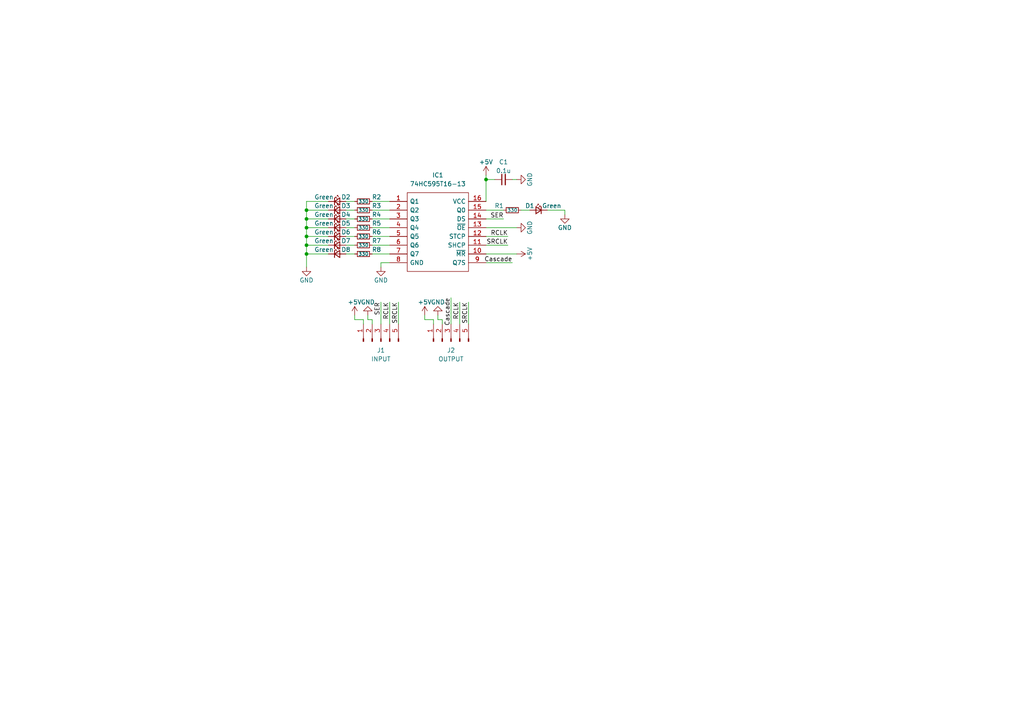
<source format=kicad_sch>
(kicad_sch (version 20230121) (generator eeschema)
  (paper "A4")
  (lib_symbols
    (symbol "Connector:Conn_01x05_Pin" (pin_names (offset 1.016) hide)
      (property "Reference" "J" (at 0 7.62 0))
      (property "Value" "Conn_01x05_Pin" (at 0 -7.62 0))
      (symbol "Conn_01x05_Pin_1_1"
        (polyline (pts (xy 1.27 -5.08) (xy 0.8636 -5.08)) (stroke (width 0.1524)))
        (polyline (pts (xy 1.27 -2.54) (xy 0.8636 -2.54)) (stroke (width 0.1524)))
        (polyline (pts (xy 1.27 0) (xy 0.8636 0)) (stroke (width 0.1524)))
        (polyline (pts (xy 1.27 2.54) (xy 0.8636 2.54)) (stroke (width 0.1524)))
        (polyline (pts (xy 1.27 5.08) (xy 0.8636 5.08)) (stroke (width 0.1524)))
        (rectangle (start 0.8636 -4.953) (end 0 -5.207) (stroke (width 0.1524)) (fill (type outline)))
        (rectangle (start 0.8636 -2.413) (end 0 -2.667) (stroke (width 0.1524)) (fill (type outline)))
        (rectangle (start 0.8636 0.127) (end 0 -0.127) (stroke (width 0.1524)) (fill (type outline)))
        (rectangle (start 0.8636 2.667) (end 0 2.413) (stroke (width 0.1524)) (fill (type outline)))
        (rectangle (start 0.8636 5.207) (end 0 4.953) (stroke (width 0.1524)) (fill (type outline)))
        (pin passive line (at 5.08 5.08 180) (length 3.81) (name "Pin_1") (number "1"))
        (pin passive line (at 5.08 2.54 180) (length 3.81) (name "Pin_2") (number "2"))
        (pin passive line (at 5.08 0 180) (length 3.81) (name "Pin_3") (number "3"))
        (pin passive line (at 5.08 -2.54 180) (length 3.81) (name "Pin_4") (number "4"))
        (pin passive line (at 5.08 -5.08 180) (length 3.81) (name "Pin_5") (number "5"))
      )
    )
    (symbol "Device:C_Small" (pin_numbers hide) (pin_names (offset 0.254) hide)
      (property "Reference" "C" (at 0.254 1.778 0))
      (property "Value" "C_Small" (at 0.254 -2.032 0))
      (symbol "C_Small_0_1"
        (polyline (pts (xy -1.524 -0.508) (xy 1.524 -0.508)) (stroke (width 0.3302)))
        (polyline (pts (xy -1.524 0.508) (xy 1.524 0.508)) (stroke (width 0.3048)))
      )
      (symbol "C_Small_1_1"
        (pin passive line (at 0 2.54 270) (length 2.032) (name "~") (number "1"))
        (pin passive line (at 0 -2.54 90) (length 2.032) (name "~") (number "2"))
      )
    )
    (symbol "Device:LED_Small" (pin_numbers hide) (pin_names (offset 0.254) hide)
      (property "Reference" "D" (at -1.27 3.175 0))
      (property "Value" "LED_Small" (at -4.445 -2.54 0))
      (symbol "LED_Small_0_1"
        (polyline (pts (xy -0.762 -1.016) (xy -0.762 1.016)) (stroke (width 0.254)))
        (polyline (pts (xy 1.016 0) (xy -0.762 0)))
        (polyline (pts (xy 0.762 -1.016) (xy -0.762 0) (xy 0.762 1.016) (xy 0.762 -1.016)) (stroke (width 0.254)))
        (polyline (pts (xy 0 0.762) (xy -0.508 1.27) (xy -0.254 1.27) (xy -0.508 1.27) (xy -0.508 1.016)))
        (polyline (pts (xy 0.508 1.27) (xy 0 1.778) (xy 0.254 1.778) (xy 0 1.778) (xy 0 1.524)))
      )
      (symbol "LED_Small_1_1"
        (pin passive line (at -2.54 0 0) (length 1.778) (name "K") (number "1"))
        (pin passive line (at 2.54 0 180) (length 1.778) (name "A") (number "2"))
      )
    )
    (symbol "Device:R_Small" (pin_numbers hide) (pin_names (offset 0.254) hide)
      (property "Reference" "R" (at 0.762 0.508 0))
      (property "Value" "R_Small" (at 0.762 -1.016 0))
      (symbol "R_Small_0_1"
        (rectangle (start -0.762 1.778) (end 0.762 -1.778) (stroke (width 0.2032)))
      )
      (symbol "R_Small_1_1"
        (pin passive line (at 0 2.54 270) (length 0.762) (name "~") (number "1"))
        (pin passive line (at 0 -2.54 90) (length 0.762) (name "~") (number "2"))
      )
    )
    (symbol "SamacSys_Parts:74HC595T16-13" (pin_names (offset 0.762))
      (property "Reference" "IC" (at 24.13 7.62 0))
      (property "Value" "74HC595T16-13" (at 24.13 5.08 0))
      (symbol "74HC595T16-13_0_0"
        (pin passive line (at 0 0 0) (length 5.08) (name "Q1") (number "1"))
        (pin passive line (at 27.94 -15.24 180) (length 5.08) (name "~{MR}") (number "10"))
        (pin passive line (at 27.94 -12.7 180) (length 5.08) (name "SHCP") (number "11"))
        (pin passive line (at 27.94 -10.16 180) (length 5.08) (name "STCP") (number "12"))
        (pin passive line (at 27.94 -7.62 180) (length 5.08) (name "~{OE}") (number "13"))
        (pin passive line (at 27.94 -5.08 180) (length 5.08) (name "DS") (number "14"))
        (pin passive line (at 27.94 -2.54 180) (length 5.08) (name "Q0") (number "15"))
        (pin passive line (at 27.94 0 180) (length 5.08) (name "VCC") (number "16"))
        (pin passive line (at 0 -2.54 0) (length 5.08) (name "Q2") (number "2"))
        (pin passive line (at 0 -5.08 0) (length 5.08) (name "Q3") (number "3"))
        (pin passive line (at 0 -7.62 0) (length 5.08) (name "Q4") (number "4"))
        (pin passive line (at 0 -10.16 0) (length 5.08) (name "Q5") (number "5"))
        (pin passive line (at 0 -12.7 0) (length 5.08) (name "Q6") (number "6"))
        (pin passive line (at 0 -15.24 0) (length 5.08) (name "Q7") (number "7"))
        (pin passive line (at 0 -17.78 0) (length 5.08) (name "GND") (number "8"))
        (pin passive line (at 27.94 -17.78 180) (length 5.08) (name "Q7S") (number "9"))
      )
      (symbol "74HC595T16-13_0_1"
        (polyline (pts (xy 5.08 2.54) (xy 22.86 2.54) (xy 22.86 -20.32) (xy 5.08 -20.32) (xy 5.08 2.54)) (stroke (width 0.1524)))
      )
    )
    (symbol "power:+5V" (power) (pin_names (offset 0))
      (property "Value" "+5V" (at 0 3.556 0))
      (symbol "+5V_0_1"
        (polyline (pts (xy -0.762 1.27) (xy 0 2.54)))
        (polyline (pts (xy 0 0) (xy 0 2.54)))
        (polyline (pts (xy 0 2.54) (xy 0.762 1.27)))
      )
      (symbol "+5V_1_1"
        (pin power_in line (at 0 0 90) (length 0) hide (name "+5V") (number "1"))
      )
    )
    (symbol "power:GND" (power) (pin_names (offset 0))
      (property "Value" "GND" (at 0 -3.81 0))
      (symbol "GND_0_1"
        (polyline (pts (xy 0 0) (xy 0 -1.27) (xy 1.27 -1.27) (xy 0 -2.54) (xy -1.27 -1.27) (xy 0 -1.27)))
      )
      (symbol "GND_1_1"
        (pin power_in line (at 0 0 270) (length 0) hide (name "GND") (number "1"))
      )
    )
  )
  (junction (at 88.9 63.5))
  (junction (at 88.9 60.96))
  (junction (at 88.9 68.58))
  (junction (at 88.9 66.04))
  (junction (at 88.9 71.12))
  (junction (at 140.97 52.07))
  (junction (at 88.9 73.66))
  (wire (pts (xy 128.27 92.71) (xy 128.27 93.98)))
  (wire (pts (xy 140.97 50.8) (xy 140.97 52.07)))
  (wire (pts (xy 107.95 66.04) (xy 113.03 66.04)))
  (wire (pts (xy 127 91.44) (xy 127 92.71)))
  (wire (pts (xy 107.95 58.42) (xy 113.03 58.42)))
  (wire (pts (xy 102.87 66.04) (xy 100.33 66.04)))
  (wire (pts (xy 88.9 73.66) (xy 88.9 77.47)))
  (wire (pts (xy 88.9 66.04) (xy 88.9 68.58)))
  (wire (pts (xy 107.95 92.71) (xy 107.95 93.98)))
  (wire (pts (xy 88.9 68.58) (xy 88.9 71.12)))
  (wire (pts (xy 149.86 52.07) (xy 148.59 52.07)))
  (wire (pts (xy 106.68 92.71) (xy 107.95 92.71)))
  (wire (pts (xy 149.86 66.04) (xy 140.97 66.04)))
  (wire (pts (xy 88.9 73.66) (xy 95.25 73.66)))
  (wire (pts (xy 102.87 73.66) (xy 100.33 73.66)))
  (wire (pts (xy 107.95 68.58) (xy 113.03 68.58)))
  (wire (pts (xy 88.9 60.96) (xy 88.9 63.5)))
  (wire (pts (xy 148.59 76.2) (xy 140.97 76.2)))
  (wire (pts (xy 163.83 60.96) (xy 158.75 60.96)))
  (wire (pts (xy 143.51 52.07) (xy 140.97 52.07)))
  (wire (pts (xy 146.05 63.5) (xy 140.97 63.5)))
  (wire (pts (xy 110.49 77.47) (xy 110.49 76.2)))
  (wire (pts (xy 127 92.71) (xy 128.27 92.71)))
  (wire (pts (xy 88.9 58.42) (xy 88.9 60.96)))
  (wire (pts (xy 151.13 60.96) (xy 153.67 60.96)))
  (wire (pts (xy 102.87 63.5) (xy 100.33 63.5)))
  (wire (pts (xy 113.03 93.98) (xy 113.03 87.63)))
  (wire (pts (xy 88.9 63.5) (xy 88.9 66.04)))
  (wire (pts (xy 95.25 66.04) (xy 88.9 66.04)))
  (wire (pts (xy 102.87 92.71) (xy 105.41 92.71)))
  (wire (pts (xy 125.73 92.71) (xy 125.73 93.98)))
  (wire (pts (xy 102.87 58.42) (xy 100.33 58.42)))
  (wire (pts (xy 95.25 68.58) (xy 88.9 68.58)))
  (wire (pts (xy 88.9 71.12) (xy 88.9 73.66)))
  (wire (pts (xy 110.49 87.63) (xy 110.49 93.98)))
  (wire (pts (xy 107.95 60.96) (xy 113.03 60.96)))
  (wire (pts (xy 107.95 71.12) (xy 113.03 71.12)))
  (wire (pts (xy 163.83 60.96) (xy 163.83 62.23)))
  (wire (pts (xy 88.9 60.96) (xy 95.25 60.96)))
  (wire (pts (xy 106.68 91.44) (xy 106.68 92.71)))
  (wire (pts (xy 133.35 93.98) (xy 133.35 87.63)))
  (wire (pts (xy 95.25 63.5) (xy 88.9 63.5)))
  (wire (pts (xy 102.87 71.12) (xy 100.33 71.12)))
  (wire (pts (xy 123.19 91.44) (xy 123.19 92.71)))
  (wire (pts (xy 105.41 92.71) (xy 105.41 93.98)))
  (wire (pts (xy 88.9 58.42) (xy 95.25 58.42)))
  (wire (pts (xy 107.95 73.66) (xy 113.03 73.66)))
  (wire (pts (xy 146.05 60.96) (xy 140.97 60.96)))
  (wire (pts (xy 140.97 52.07) (xy 140.97 58.42)))
  (wire (pts (xy 102.87 60.96) (xy 100.33 60.96)))
  (wire (pts (xy 149.86 73.66) (xy 140.97 73.66)))
  (wire (pts (xy 135.89 87.63) (xy 135.89 93.98)))
  (wire (pts (xy 102.87 68.58) (xy 100.33 68.58)))
  (wire (pts (xy 88.9 71.12) (xy 95.25 71.12)))
  (wire (pts (xy 107.95 63.5) (xy 113.03 63.5)))
  (wire (pts (xy 147.32 71.12) (xy 140.97 71.12)))
  (wire (pts (xy 102.87 91.44) (xy 102.87 92.71)))
  (wire (pts (xy 115.57 87.63) (xy 115.57 93.98)))
  (wire (pts (xy 140.97 68.58) (xy 147.32 68.58)))
  (wire (pts (xy 130.81 86.36) (xy 130.81 93.98)))
  (wire (pts (xy 110.49 76.2) (xy 113.03 76.2)))
  (wire (pts (xy 123.19 92.71) (xy 125.73 92.71)))
  (label "SRCLK" (at 115.57 87.63 270))
  (label "SRCLK" (at 135.89 87.63 270))
  (label "SER" (at 146.05 63.5 180))
  (label "RCLK" (at 133.35 87.63 270))
  (label "Cascade" (at 148.59 76.2 180))
  (label "RCLK" (at 147.32 68.58 180))
  (label "RCLK" (at 113.03 87.63 270))
  (label "SRCLK" (at 147.32 71.12 180))
  (label "SER" (at 110.49 87.63 270))
  (label "Cascade" (at 130.81 86.36 270))
  (symbol (lib_id "power:GND") (at 110.49 77.47 0) (unit 1)
    (property "Reference" "#PWR02" (effects hide))
    (property "Value" "GND" (at 110.49 81.28 0))
  )
  (symbol (lib_id "Device:LED_Small") (at 156.21 60.96 0) (mirror y) (unit 1)
    (property "Reference" "D1" (at 153.67 59.69 0))
    (property "Value" "Green" (at 160.02 59.69 0))
    (property "Footprint" "LED_SMD:LED_0805_2012Metric_Pad1.15x1.40mm_HandSolder" (effects hide))
  )
  (symbol (lib_id "Device:LED_Small") (at 97.79 60.96 0) (unit 1)
    (property "Reference" "D3" (at 100.33 59.69 0))
    (property "Value" "Green" (at 93.98 59.69 0))
    (property "Footprint" "LED_SMD:LED_0805_2012Metric_Pad1.15x1.40mm_HandSolder" (effects hide))
  )
  (symbol (lib_id "Device:LED_Small") (at 97.79 68.58 0) (unit 1)
    (property "Reference" "D6" (at 100.33 67.31 0))
    (property "Value" "Green" (at 93.98 67.31 0))
    (property "Footprint" "LED_SMD:LED_0805_2012Metric_Pad1.15x1.40mm_HandSolder" (effects hide))
  )
  (symbol (lib_id "power:GND") (at 106.68 91.44 180) (unit 1)
    (property "Reference" "#PWR09" (effects hide))
    (property "Value" "GND" (at 106.68 87.63 0))
  )
  (symbol (lib_id "Device:R_Small") (at 148.59 60.96 90) (unit 1)
    (property "Reference" "R1" (at 144.78 59.69 90))
    (property "Value" "330" (at 148.59 60.96 90) (effects (font (size 1 1))))
    (property "Footprint" "Resistor_SMD:R_0603_1608Metric_Pad0.98x0.95mm_HandSolder" (effects hide))
  )
  (symbol (lib_id "Device:LED_Small") (at 97.79 58.42 0) (unit 1)
    (property "Reference" "D2" (at 100.33 57.15 0))
    (property "Value" "Green" (at 93.98 57.15 0))
    (property "Footprint" "LED_SMD:LED_0805_2012Metric_Pad1.15x1.40mm_HandSolder" (effects hide))
  )
  (symbol (lib_id "Device:R_Small") (at 105.41 71.12 270) (mirror x) (unit 1)
    (property "Reference" "R7" (at 109.22 69.85 90))
    (property "Value" "330" (at 105.41 71.12 90) (effects (font (size 1 1))))
    (property "Footprint" "Resistor_SMD:R_0603_1608Metric_Pad0.98x0.95mm_HandSolder" (effects hide))
  )
  (symbol (lib_id "Connector:Conn_01x05_Pin") (at 110.49 99.06 90) (unit 1)
    (property "Reference" "J1" (at 110.49 101.6 90))
    (property "Value" "INPUT" (at 110.49 104.14 90))
    (property "Footprint" "Connector_PinHeader_2.54mm:PinHeader_1x05_P2.54mm_Vertical" (effects hide))
  )
  (symbol (lib_id "power:GND") (at 149.86 66.04 90) (unit 1)
    (property "Reference" "#PWR06" (effects hide))
    (property "Value" "GND" (at 153.67 66.04 0))
  )
  (symbol (lib_id "power:GND") (at 88.9 77.47 0) (unit 1)
    (property "Reference" "#PWR03" (effects hide))
    (property "Value" "GND" (at 88.9 81.28 0))
  )
  (symbol (lib_id "Device:R_Small") (at 105.41 58.42 270) (mirror x) (unit 1)
    (property "Reference" "R2" (at 109.22 57.15 90))
    (property "Value" "330" (at 105.41 58.42 90) (effects (font (size 1 1))))
    (property "Footprint" "Resistor_SMD:R_0603_1608Metric_Pad0.98x0.95mm_HandSolder" (effects hide))
  )
  (symbol (lib_id "Device:R_Small") (at 105.41 63.5 270) (mirror x) (unit 1)
    (property "Reference" "R4" (at 109.22 62.23 90))
    (property "Value" "330" (at 105.41 63.5 90) (effects (font (size 1 1))))
    (property "Footprint" "Resistor_SMD:R_0603_1608Metric_Pad0.98x0.95mm_HandSolder" (effects hide))
  )
  (symbol (lib_id "Device:LED_Small") (at 97.79 73.66 0) (unit 1)
    (property "Reference" "D8" (at 100.33 72.39 0))
    (property "Value" "Green" (at 93.98 72.39 0))
    (property "Footprint" "LED_SMD:LED_0805_2012Metric_Pad1.15x1.40mm_HandSolder" (effects hide))
  )
  (symbol (lib_id "Device:LED_Small") (at 97.79 63.5 0) (unit 1)
    (property "Reference" "D4" (at 100.33 62.23 0))
    (property "Value" "Green" (at 93.98 62.23 0))
    (property "Footprint" "LED_SMD:LED_0805_2012Metric_Pad1.15x1.40mm_HandSolder" (effects hide))
  )
  (symbol (lib_id "Device:C_Small") (at 146.05 52.07 90) (unit 1)
    (property "Reference" "C1" (at 146.05 46.99 90))
    (property "Value" "0.1u" (at 146.05 49.53 90))
    (property "Footprint" "Capacitor_SMD:C_0603_1608Metric_Pad1.08x0.95mm_HandSolder" (effects hide))
  )
  (symbol (lib_id "power:+5V") (at 123.19 91.44 0) (unit 1)
    (property "Reference" "#PWR010" (effects hide))
    (property "Value" "+5V" (at 123.19 87.63 0))
  )
  (symbol (lib_id "SamacSys_Parts:74HC595T16-13") (at 113.03 58.42 0) (unit 1)
    (property "Reference" "IC1" (at 127 50.8 0))
    (property "Value" "74HC595T16-13" (at 127 53.34 0))
    (property "Footprint" "SOP65P640X108-16N" (effects hide))
    (property "Datasheet" "https://componentsearchengine.com/Datasheets/1/74HC595T16-13.pdf" (effects hide))
    (property "Description" "74HC 8-bit SIPO Shift Register TSSOP16 DiodesZetex 74HC595T16-13 8-stage Shift Register, Serial to Parallel, 2  6 V, 16-Pin TSSOP" (effects hide))
    (property "Height" "1.08" (effects hide))
    (property "Mouser Part Number" "621-74HC595T16-13" (effects hide))
    (property "Mouser Price/Stock" "https://www.mouser.co.uk/ProductDetail/Diodes-Incorporated/74HC595T16-13?qs=Oxncjon6mbrgJG%252Bw3elKbQ%3D%3D" (effects hide))
    (property "Manufacturer_Name" "Diodes Inc." (effects hide))
    (property "Manufacturer_Part_Number" "74HC595T16-13" (effects hide))
  )
  (symbol (lib_id "Device:R_Small") (at 105.41 73.66 270) (mirror x) (unit 1)
    (property "Reference" "R8" (at 109.22 72.39 90))
    (property "Value" "330" (at 105.41 73.66 90) (effects (font (size 1 1))))
    (property "Footprint" "Resistor_SMD:R_0603_1608Metric_Pad0.98x0.95mm_HandSolder" (effects hide))
  )
  (symbol (lib_id "Device:R_Small") (at 105.41 68.58 270) (mirror x) (unit 1)
    (property "Reference" "R6" (at 109.22 67.31 90))
    (property "Value" "330" (at 105.41 68.58 90) (effects (font (size 1 1))))
    (property "Footprint" "Resistor_SMD:R_0603_1608Metric_Pad0.98x0.95mm_HandSolder" (effects hide))
  )
  (symbol (lib_id "Device:R_Small") (at 105.41 66.04 270) (mirror x) (unit 1)
    (property "Reference" "R5" (at 109.22 64.77 90))
    (property "Value" "330" (at 105.41 66.04 90) (effects (font (size 1 1))))
    (property "Footprint" "Resistor_SMD:R_0603_1608Metric_Pad0.98x0.95mm_HandSolder" (effects hide))
  )
  (symbol (lib_id "power:+5V") (at 102.87 91.44 0) (unit 1)
    (property "Reference" "#PWR08" (effects hide))
    (property "Value" "+5V" (at 102.87 87.63 0))
  )
  (symbol (lib_id "power:+5V") (at 140.97 50.8 0) (unit 1)
    (property "Reference" "#PWR01" (effects hide))
    (property "Value" "+5V" (at 140.97 46.99 0))
  )
  (symbol (lib_id "power:+5V") (at 149.86 73.66 270) (unit 1)
    (property "Reference" "#PWR07" (effects hide))
    (property "Value" "+5V" (at 153.67 73.66 0))
  )
  (symbol (lib_id "power:GND") (at 149.86 52.07 90) (unit 1)
    (property "Reference" "#PWR05" (effects hide))
    (property "Value" "GND" (at 153.67 52.07 0))
  )
  (symbol (lib_id "power:GND") (at 127 91.44 180) (unit 1)
    (property "Reference" "#PWR011" (effects hide))
    (property "Value" "GND" (at 127 87.63 0))
  )
  (symbol (lib_id "power:GND") (at 163.83 62.23 0) (unit 1)
    (property "Reference" "#PWR04" (effects hide))
    (property "Value" "GND" (at 163.83 66.04 0))
  )
  (symbol (lib_id "Device:R_Small") (at 105.41 60.96 270) (mirror x) (unit 1)
    (property "Reference" "R3" (at 109.22 59.69 90))
    (property "Value" "330" (at 105.41 60.96 90) (effects (font (size 1 1))))
    (property "Footprint" "Resistor_SMD:R_0603_1608Metric_Pad0.98x0.95mm_HandSolder" (effects hide))
  )
  (symbol (lib_id "Device:LED_Small") (at 97.79 66.04 0) (unit 1)
    (property "Reference" "D5" (at 100.33 64.77 0))
    (property "Value" "Green" (at 93.98 64.77 0))
    (property "Footprint" "LED_SMD:LED_0805_2012Metric_Pad1.15x1.40mm_HandSolder" (effects hide))
  )
  (symbol (lib_id "Connector:Conn_01x05_Pin") (at 130.81 99.06 90) (unit 1)
    (property "Reference" "J2" (at 130.81 101.6 90))
    (property "Value" "OUTPUT" (at 130.81 104.14 90))
    (property "Footprint" "Connector_PinHeader_2.54mm:PinHeader_1x05_P2.54mm_Vertical" (effects hide))
  )
  (symbol (lib_id "Device:LED_Small") (at 97.79 71.12 0) (unit 1)
    (property "Reference" "D7" (at 100.33 69.85 0))
    (property "Value" "Green" (at 93.98 69.85 0))
    (property "Footprint" "LED_SMD:LED_0805_2012Metric_Pad1.15x1.40mm_HandSolder" (effects hide))
  )
)
</source>
